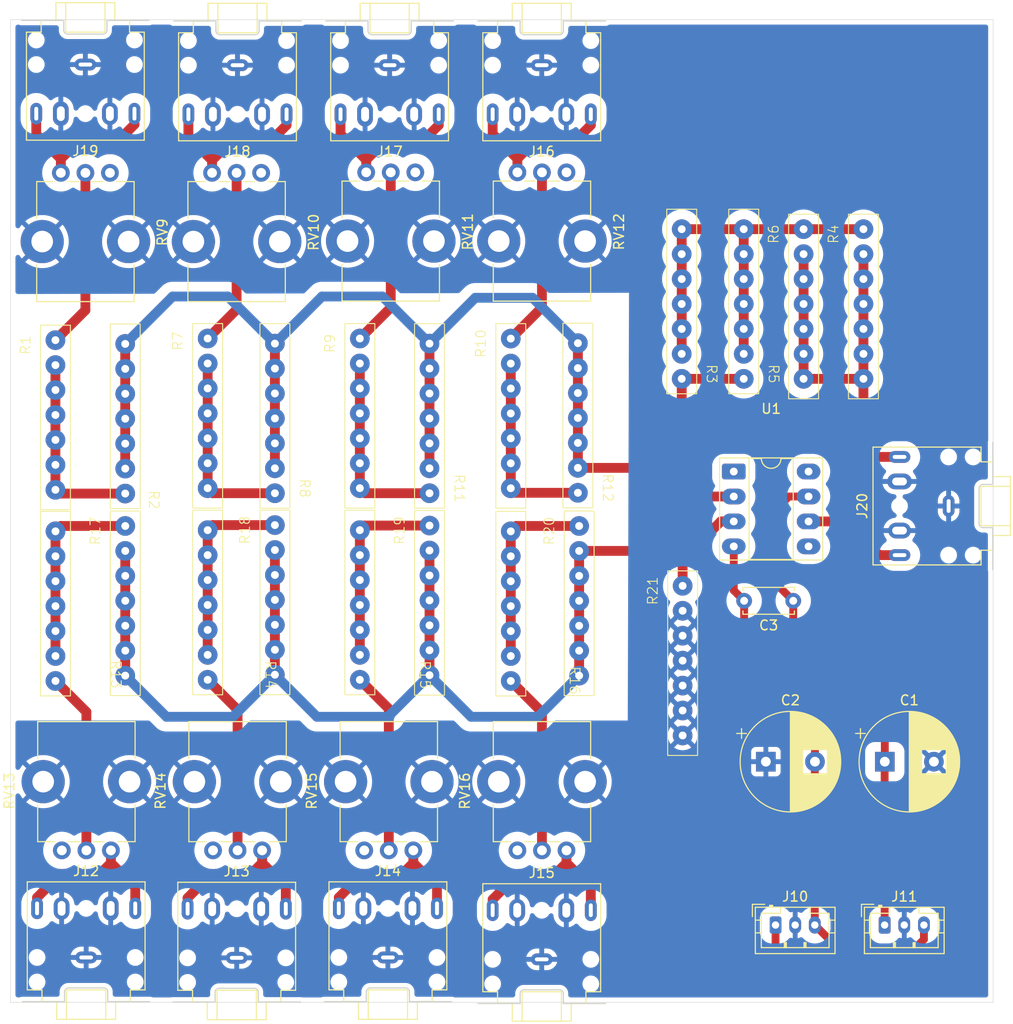
<source format=kicad_pcb>
(kicad_pcb (version 20241229) (generator "pcbnew") (generator_version "9.0")
  (layers (0 "F.Cu" signal) (2 "B.Cu" signal) (13 "F.Paste" user) (15 "B.Paste" user) (5 "F.SilkS" user "F.Silkscreen") (7 "B.SilkS" user "B.Silkscreen") (1 "F.Mask" user) (3 "B.Mask" user) (25 "Edge.Cuts" user))
  (net 0 "")
  (net 1 "GND")
  (net 2 "VDD")
  (net 3 "VEE")
  (net 4 "Net-(J12-PadR)")
  (net 5 "Net-(J13-PadR)")
  (net 6 "Net-(J14-PadR)")
  (net 7 "Net-(J15-PadR)")
  (net 8 "Net-(J16-PadR)")
  (net 9 "Net-(J17-PadR)")
  (net 10 "Net-(J18-PadR)")
  (net 11 "Net-(J19-PadR)")
  (net 12 "Net-(J20-PadR)")
  (net 13 "Net-(R1-Pad2)")
  (net 14 "Net-(R1-Pad1)")
  (net 15 "Net-(U1--)")
  (net 16 "Net-(R3-Pad2)")
  (net 17 "Net-(R7-Pad2)")
  (net 18 "Net-(R7-Pad1)")
  (net 19 "Net-(R9-Pad1)")
  (net 20 "Net-(R11-Pad1)")
  (net 21 "Net-(R10-Pad2)")
  (net 22 "Net-(R10-Pad1)")
  (net 23 "Net-(R13-Pad2)")
  (net 24 "Net-(R13-Pad1)")
  (net 25 "Net-(R14-Pad2)")
  (net 26 "Net-(R14-Pad1)")
  (net 27 "Net-(R15-Pad2)")
  (net 28 "Net-(R15-Pad1)")
  (net 29 "Net-(R16-Pad2)")
  (net 30 "Net-(R16-Pad1)")
  (net 31 "Net-(U1-+)")
  (footprint "Capacitor_THT:CP_Radial_D10.0mm_P5.00mm" (layer "F.Cu") (at 239.919 100.965)
    (property "Reference" "C1")
    (property "Value" "C_Polarized")
  )
  (footprint "Potentiometer_THT:Potentiometer_Bourns_PTV09A-1_Single_Vertical" (layer "F.Cu") (at 156 41 -90)
    (property "Reference" "RV9")
    (property "Value" "R_Potentiometer_MountingPin")
  )
  (footprint "universal-RLC:Universal-RLC" (layer "F.Cu") (at 193.548 65.5 -90)
    (property "Reference" "R11")
    (property "Value" "R")
  )
  (footprint "Potentiometer_THT:Potentiometer_Bourns_PTV09A-1_Single_Vertical" (layer "F.Cu") (at 202.5 40.95 -90)
    (property "Reference" "RV12")
    (property "Value" "R_Potentiometer_MountingPin")
  )
  (footprint "universal-RLC:Universal-RLC" (layer "F.Cu") (at 237.744 54.864 90)
    (property "Reference" "R4")
    (property "Value" "R")
  )
  (footprint "Potentiometer_THT:Potentiometer_Bourns_PTV09A-1_Single_Vertical" (layer "F.Cu") (at 161.1 110 90)
    (property "Reference" "RV13")
    (property "Value" "R_Potentiometer_MountingPin")
  )
  (footprint "Connector_JST:JST_PH_B3B-PH-K_1x03_P2.00mm_Vertical" (layer "F.Cu") (at 239.903 117.602)
    (property "Reference" "J11")
    (property "Value" "Conn_01x03")
  )
  (footprint "Potentiometer_THT:Potentiometer_Bourns_PTV09A-1_Single_Vertical" (layer "F.Cu") (at 207.5 110 90)
    (property "Reference" "RV16")
    (property "Value" "R_Potentiometer_MountingPin")
  )
  (footprint "Connector_Audio:Jack_3.5mm_CUI_SJ1-3525N_Horizontal" (layer "F.Cu") (at 158.576 120.904)
    (property "Reference" "J12")
    (property "Value" "AudioJack3_SwitchTR")
    (fp_line (start -2.2 3.5) (end -2.2 4.5) (stroke (width 0.12)) (layer "Edge.Cuts"))
    (fp_line (start -2.2 4.5) (end -6.5 4.5) (stroke (width 0.12)) (layer "Edge.Cuts"))
    (fp_line (start 1.8 3.1) (end -1.8 3.1) (stroke (width 0.12)) (layer "Edge.Cuts"))
    (fp_line (start 2.2 3.5) (end 2.2 4.5) (stroke (width 0.12)) (layer "Edge.Cuts"))
    (fp_line (start 2.2 4.5) (end 6.5 4.5) (stroke (width 0.12)) (layer "Edge.Cuts"))
    (fp_arc (start -2.2 3.5) (mid -2.082842 3.217158) (end -1.8 3.1) (stroke (width 0.12)) (layer "Edge.Cuts"))
    (fp_arc (start 1.8 3.1) (mid 2.082843 3.217157) (end 2.2 3.5) (stroke (width 0.12)) (layer "Edge.Cuts"))
  )
  (footprint "Capacitor_THT:CP_Radial_D10.0mm_P5.00mm" (layer "F.Cu") (at 227.807 100.965)
    (property "Reference" "C2")
    (property "Value" "C_Polarized")
  )
  (footprint "Connector_Audio:Jack_3.5mm_CUI_SJ1-3525N_Horizontal" (layer "F.Cu") (at 204.978 30.034 180)
    (property "Reference" "J16")
    (property "Value" "AudioJack3_SwitchTR")
    (fp_line (start 2.2 4.5) (end 6.5 4.5) (stroke (width 0.12)) (layer "Edge.Cuts"))
    (fp_line (start 2.2 3.5) (end 2.2 4.5) (stroke (width 0.12)) (layer "Edge.Cuts"))
    (fp_line (start 1.8 3.1) (end -1.8 3.1) (stroke (width 0.12)) (layer "Edge.Cuts"))
    (fp_line (start -2.2 4.5) (end -6.5 4.5) (stroke (width 0.12)) (layer "Edge.Cuts"))
    (fp_line (start -2.2 3.5) (end -2.2 4.5) (stroke (width 0.12)) (layer "Edge.Cuts"))
    (fp_arc (start 1.8 3.1) (mid 2.082843 3.217157) (end 2.2 3.5) (stroke (width 0.12)) (layer "Edge.Cuts"))
    (fp_arc (start -2.2 3.5) (mid -2.082842 3.217158) (end -1.8 3.1) (stroke (width 0.12)) (layer "Edge.Cuts"))
  )
  (footprint "universal-RLC:Universal-RLC" (layer "F.Cu") (at 201.825 66.008 90)
    (property "Reference" "R10")
    (property "Value" "R")
  )
  (footprint "universal-RLC:Universal-RLC" (layer "F.Cu") (at 219.236 53.848 -90)
    (property "Reference" "R3")
    (property "Value" "R")
  )
  (footprint "universal-RLC:Universal-RLC" (layer "F.Cu") (at 201.825 84.62 -90)
    (property "Reference" "R16")
    (property "Value" "R")
  )
  (footprint "universal-RLC:Universal-RLC" (layer "F.Cu") (at 193.548 85.048 90)
    (property "Reference" "R19")
    (property "Value" "R")
  )
  (footprint "universal-RLC:Universal-RLC" (layer "F.Cu") (at 170.952 84.5 -90)
    (property "Reference" "R14")
    (property "Value" "R")
  )
  (footprint "Connector_Audio:Jack_3.5mm_CUI_SJ1-3525N_Horizontal" (layer "F.Cu") (at 189.484 30.034 180)
    (property "Reference" "J17")
    (property "Value" "AudioJack3_SwitchTR")
    (fp_line (start 2.2 4.5) (end 6.5 4.5) (stroke (width 0.12)) (layer "Edge.Cuts"))
    (fp_line (start 2.2 3.5) (end 2.2 4.5) (stroke (width 0.12)) (layer "Edge.Cuts"))
    (fp_line (start 1.8 3.1) (end -1.8 3.1) (stroke (width 0.12)) (layer "Edge.Cuts"))
    (fp_line (start -2.2 4.5) (end -6.5 4.5) (stroke (width 0.12)) (layer "Edge.Cuts"))
    (fp_line (start -2.2 3.5) (end -2.2 4.5) (stroke (width 0.12)) (layer "Edge.Cuts"))
    (fp_arc (start 1.8 3.1) (mid 2.082843 3.217157) (end 2.2 3.5) (stroke (width 0.12)) (layer "Edge.Cuts"))
    (fp_arc (start -2.2 3.5) (mid -2.082842 3.217158) (end -1.8 3.1) (stroke (width 0.12)) (layer "Edge.Cuts"))
  )
  (footprint "Connector_Audio:Jack_3.5mm_CUI_SJ1-3525N_Horizontal" (layer "F.Cu") (at 189.31 120.904)
    (property "Reference" "J14")
    (property "Value" "AudioJack3_SwitchTR")
    (fp_line (start -2.2 3.5) (end -2.2 4.5) (stroke (width 0.12)) (layer "Edge.Cuts"))
    (fp_line (start -2.2 4.5) (end -6.5 4.5) (stroke (width 0.12)) (layer "Edge.Cuts"))
    (fp_line (start 1.8 3.1) (end -1.8 3.1) (stroke (width 0.12)) (layer "Edge.Cuts"))
    (fp_line (start 2.2 3.5) (end 2.2 4.5) (stroke (width 0.12)) (layer "Edge.Cuts"))
    (fp_line (start 2.2 4.5) (end 6.5 4.5) (stroke (width 0.12)) (layer "Edge.Cuts"))
    (fp_arc (start -2.2 3.5) (mid -2.082842 3.217158) (end -1.8 3.1) (stroke (width 0.12)) (layer "Edge.Cuts"))
    (fp_arc (start 1.8 3.1) (mid 2.082843 3.217157) (end 2.2 3.5) (stroke (width 0.12)) (layer "Edge.Cuts"))
  )
  (footprint "Capacitor_THT:C_Disc_D5.0mm_W2.5mm_P5.00mm" (layer "F.Cu") (at 230.592 84.582 180)
    (property "Reference" "C3")
    (property "Value" "C")
  )
  (footprint "universal-RLC:Universal-RLC" (layer "F.Cu") (at 208.788 85.09 90)
    (property "Reference" "R20")
    (property "Value" "R")
  )
  (footprint "Connector_Audio:Jack_3.5mm_CUI_SJ1-3525N_Horizontal" (layer "F.Cu") (at 158.496 29.972 180)
    (property "Reference" "J19")
    (property "Value" "AudioJack3_SwitchTR")
    (fp_line (start 2.2 4.5) (end 6.5 4.5) (stroke (width 0.12)) (layer "Edge.Cuts"))
    (fp_line (start 2.2 3.5) (end 2.2 4.5) (stroke (width 0.12)) (layer "Edge.Cuts"))
    (fp_line (start 1.8 3.1) (end -1.8 3.1) (stroke (width 0.12)) (layer "Edge.Cuts"))
    (fp_line (start -2.2 4.5) (end -6.5 4.5) (stroke (width 0.12)) (layer "Edge.Cuts"))
    (fp_line (start -2.2 3.5) (end -2.2 4.5) (stroke (width 0.12)) (layer "Edge.Cuts"))
    (fp_arc (start 1.8 3.1) (mid 2.082843 3.217157) (end 2.2 3.5) (stroke (width 0.12)) (layer "Edge.Cuts"))
    (fp_arc (start -2.2 3.5) (mid -2.082842 3.217158) (end -1.8 3.1) (stroke (width 0.12)) (layer "Edge.Cuts"))
  )
  (footprint "Potentiometer_THT:Potentiometer_Bourns_PTV09A-1_Single_Vertical" (layer "F.Cu") (at 176.5 110 90)
    (property "Reference" "RV14")
    (property "Value" "R_Potentiometer_MountingPin")
  )
  (footprint "universal-RLC:Universal-RLC" (layer "F.Cu") (at 186.452 84.5 -90)
    (property "Reference" "R15")
    (property "Value" "R")
  )
  (footprint "universal-RLC:Universal-RLC" (layer "F.Cu") (at 155.448 66.167 90)
    (property "Reference" "R1")
    (property "Value" "R")
  )
  (footprint "Connector_JST:JST_PH_B3B-PH-K_1x03_P2.00mm_Vertical" (layer "F.Cu") (at 228.791 117.602)
    (property "Reference" "J10")
    (property "Value" "Conn_01x03")
  )
  (footprint "Potentiometer_THT:Potentiometer_Bourns_PTV09A-1_Single_Vertical" (layer "F.Cu") (at 187.1 40.95 -90)
    (property "Reference" "RV11")
    (property "Value" "R_Potentiometer_MountingPin")
  )
  (footprint "universal-RLC:Universal-RLC" (layer "F.Cu") (at 219.329 91.186 90)
    (property "Reference" "R21")
    (property "Value" "R")
  )
  (footprint "universal-RLC:Universal-RLC" (layer "F.Cu") (at 225.552 53.848 -90)
    (property "Reference" "R5")
    (property "Value" "R")
  )
  (footprint "universal-RLC:Universal-RLC" (layer "F.Cu") (at 162.556 65.532 -90)
    (property "Reference" "R2")
    (property "Value" "R")
  )
  (footprint "universal-RLC:Universal-RLC" (layer "F.Cu") (at 231.648 54.864 90)
    (property "Reference" "R6")
    (property "Value" "R")
  )
  (footprint "universal-RLC:Universal-RLC" (layer "F.Cu") (at 155.452 84.618 -90)
    (property "Reference" "R13")
    (property "Value" "R")
  )
  (footprint "Potentiometer_THT:Potentiometer_Bourns_PTV09A-1_Single_Vertical" (layer "F.Cu") (at 171.4 41 -90)
    (property "Reference" "RV10")
    (property "Value" "R_Potentiometer_MountingPin")
  )
  (footprint "universal-RLC:Universal-RLC" (layer "F.Cu") (at 208.661 65.456 -90)
    (property "Reference" "R12")
    (property "Value" "R")
  )
  (footprint "Connector_Audio:Jack_3.5mm_CUI_SJ1-3525N_Horizontal" (layer "F.Cu") (at 204.978 121.096)
    (property "Reference" "J15")
    (property "Value" "AudioJack3_SwitchTR")
    (fp_line (start -2.2 3.5) (end -2.2 4.5) (stroke (width 0.12)) (layer "Edge.Cuts"))
    (fp_line (start -2.2 4.5) (end -6.5 4.5) (stroke (width 0.12)) (layer "Edge.Cuts"))
    (fp_line (start 1.8 3.1) (end -1.8 3.1) (stroke (width 0.12)) (layer "Edge.Cuts"))
    (fp_line (start 2.2 3.5) (end 2.2 4.5) (stroke (width 0.12)) (layer "Edge.Cuts"))
    (fp_line (start 2.2 4.5) (end 6.5 4.5) (stroke (width 0.12)) (layer "Edge.Cuts"))
    (fp_arc (start -2.2 3.5) (mid -2.082842 3.217158) (end -1.8 3.1) (stroke (width 0.12)) (layer "Edge.Cuts"))
    (fp_arc (start 1.8 3.1) (mid 2.082843 3.217157) (end 2.2 3.5) (stroke (width 0.12)) (layer "Edge.Cuts"))
  )
  (footprint "Connector_Audio:Jack_3.5mm_CUI_SJ1-3525N_Horizontal" (layer "F.Cu") (at 246.42 74.93 90)
    (property "Reference" "J20")
    (property "Value" "AudioJack3_SwitchTR")
    (fp_line (start 1.8 3.1) (end -1.8 3.1) (stroke (width 0.12)) (layer "Edge.Cuts"))
    (fp_line (start 2.2 3.5) (end 2.2 4.5) (stroke (width 0.12)) (layer "Edge.Cuts"))
    (fp_line (start -2.2 3.5) (end -2.2 4.5) (stroke (width 0.12)) (layer "Edge.Cuts"))
    (fp_line (start 2.2 4.5) (end 6.5 4.5) (stroke (width 0.12)) (layer "Edge.Cuts"))
    (fp_line (start -2.2 4.5) (end -6.5 4.5) (stroke (width 0.12)) (layer "Edge.Cuts"))
    (fp_arc (start 1.8 3.1) (mid 2.082843 3.217157) (end 2.2 3.5) (stroke (width 0.12)) (layer "Edge.Cuts"))
    (fp_arc (start -2.2 3.5) (mid -2.082842 3.217158) (end -1.8 3.1) (stroke (width 0.12)) (layer "Edge.Cuts"))
  )
  (footprint "universal-RLC:Universal-RLC" (layer "F.Cu") (at 186.452 66 90)
    (property "Reference" "R9")
    (property "Value" "R")
  )
  (footprint "Connector_Audio:Jack_3.5mm_CUI_SJ1-3525N_Horizontal" (layer "F.Cu") (at 173.99 30.034 180)
    (property "Reference" "J18")
    (property "Value" "AudioJack3_SwitchTR")
    (fp_line (start 2.2 4.5) (end 6.5 4.5) (stroke (width 0.12)) (layer "Edge.Cuts"))
    (fp_line (start 2.2 3.5) (end 2.2 4.5) (stroke (width 0.12)) (layer "Edge.Cuts"))
    (fp_line (start 1.8 3.1) (end -1.8 3.1) (stroke (width 0.12)) (layer "Edge.Cuts"))
    (fp_line (start -2.2 4.5) (end -6.5 4.5) (stroke (width 0.12)) (layer "Edge.Cuts"))
    (fp_line (start -2.2 3.5) (end -2.2 4.5) (stroke (width 0.12)) (layer "Edge.Cuts"))
    (fp_arc (start 1.8 3.1) (mid 2.082843 3.217157) (end 2.2 3.5) (stroke (width 0.12)) (layer "Edge.Cuts"))
    (fp_arc (start -2.2 3.5) (mid -2.082842 3.217158) (end -1.8 3.1) (stroke (width 0.12)) (layer "Edge.Cuts"))
  )
  (footprint "universal-RLC:Universal-RLC" (layer "F.Cu") (at 170.952 66 90)
    (property "Reference" "R7")
    (property "Value" "R")
  )
  (footprint "Potentiometer_THT:Potentiometer_Bourns_PTV09A-1_Single_Vertical" (layer "F.Cu") (at 191.9 110 90)
    (property "Reference" "RV15")
    (property "Value" "R_Potentiometer_MountingPin")
  )
  (footprint "Connector_Audio:Jack_3.5mm_CUI_SJ1-3525N_Horizontal" (layer "F.Cu") (at 173.91 120.944)
    (property "Reference" "J13")
    (property "Value" "AudioJack3_SwitchTR")
    (fp_line (start -2.2 3.5) (end -2.2 4.5) (stroke (width 0.12)) (layer "Edge.Cuts"))
    (fp_line (start -2.2 4.5) (end -6.5 4.5) (stroke (width 0.12)) (layer "Edge.Cuts"))
    (fp_line (start 1.8 3.1) (end -1.8 3.1) (stroke (width 0.12)) (layer "Edge.Cuts"))
    (fp_line (start 2.2 3.5) (end 2.2 4.5) (stroke (width 0.12)) (layer "Edge.Cuts"))
    (fp_line (start 2.2 4.5) (end 6.5 4.5) (stroke (width 0.12)) (layer "Edge.Cuts"))
    (fp_arc (start -2.2 3.5) (mid -2.082842 3.217158) (end -1.8 3.1) (stroke (width 0.12)) (layer "Edge.Cuts"))
    (fp_arc (start 1.8 3.1) (mid 2.082843 3.217157) (end 2.2 3.5) (stroke (width 0.12)) (layer "Edge.Cuts"))
  )
  (footprint "Package_DIP:DIP-8_W7.62mm_Socket_LongPads" (layer "F.Cu") (at 224.536 71.42)
    (property "Reference" "U1")
    (property "Value" "LM318N")
  )
  (footprint "universal-RLC:Universal-RLC" (layer "F.Cu") (at 177.8 85 90)
    (property "Reference" "R18")
    (property "Value" "R")
  )
  (footprint "universal-RLC:Universal-RLC" (layer "F.Cu") (at 162.56 85.09 90)
    (property "Reference" "R17")
    (property "Value" "R")
  )
  (footprint "universal-RLC:Universal-RLC" (layer "F.Cu") (at 177.8 65.5 -90)
    (property "Reference" "R8")
    (property "Value" "R")
  )
  (gr_rect (start 150.876 25.4) (end 250.952 125.476) (stroke (width 0.05)) (fill no) (layer "Edge.Cuts"))
  (segment (start 228.854 75.262) (end 230.156 73.96) (width 0.8) (layer "F.Cu") (net 2))
  (segment (start 239.903 112.776) (end 239.903 100.981) (width 0.8) (layer "F.Cu") (net 2))
  (segment (start 248.539 121.031) (end 248.539 115.316) (width 0.8) (layer "F.Cu") (net 2))
  (segment (start 230.759 122.809) (end 246.761 122.809) (width 0.8) (layer "F.Cu") (net 2))
  (segment (start 239.903 117.602) (end 239.903 112.776) (width 0.8) (layer "F.Cu") (net 2))
  (segment (start 230.592 84.582) (end 228.854 82.844) (width 0.8) (layer "F.Cu") (net 2))
  (segment (start 239.903 100.981) (end 239.919 100.965) (width 0.8) (layer "F.Cu") (net 2))
  (segment (start 228.791 117.602) (end 228.791 120.841) (width 0.8) (layer "F.Cu") (net 2))
  (segment (start 230.156 73.96) (end 232.156 73.96) (width 0.8) (layer "F.Cu") (net 2))
  (segment (start 228.791 120.841) (end 230.759 122.809) (width 0.8) (layer "F.Cu") (net 2))
  (segment (start 246.761 122.809) (end 248.539 121.031) (width 0.8) (layer "F.Cu") (net 2))
  (segment (start 245.999 112.776) (end 239.903 112.776) (width 0.8) (layer "F.Cu") (net 2))
  (segment (start 230.592 88.225) (end 230.592 84.582) (width 0.8) (layer "F.Cu") (net 2))
  (segment (start 239.919 100.965) (end 239.919 97.552) (width 0.8) (layer "F.Cu") (net 2))
  (segment (start 228.854 82.844) (end 228.854 75.262) (width 0.8) (layer "F.Cu") (net 2))
  (segment (start 248.539 115.316) (end 245.999 112.776) (width 0.8) (layer "F.Cu") (net 2))
  (segment (start 239.919 97.552) (end 230.592 88.225) (width 0.8) (layer "F.Cu") (net 2))
  (segment (start 242.824 120.142) (end 243.903 119.063) (width 0.8) (layer "F.Cu") (net 3))
  (segment (start 224.536 83.526) (end 225.592 84.582) (width 0.8) (layer "F.Cu") (net 3))
  (segment (start 224.536 79.04) (end 224.536 83.526) (width 0.8) (layer "F.Cu") (net 3))
  (segment (start 232.791 117.602) (end 235.331 120.142) (width 0.8) (layer "F.Cu") (net 3))
  (segment (start 232.807 97.806) (end 225.592 90.591) (width 0.8) (layer "F.Cu") (net 3))
  (segment (start 232.791 100.981) (end 232.807 100.965) (width 0.8) (layer "F.Cu") (net 3))
  (segment (start 232.807 100.965) (end 232.807 97.806) (width 0.8) (layer "F.Cu") (net 3))
  (segment (start 235.331 120.142) (end 242.824 120.142) (width 0.8) (layer "F.Cu") (net 3))
  (segment (start 243.903 119.063) (end 243.903 117.602) (width 0.8) (layer "F.Cu") (net 3))
  (segment (start 225.592 90.591) (end 225.592 84.582) (width 0.8) (layer "F.Cu") (net 3))
  (segment (start 232.791 117.602) (end 232.791 100.981) (width 0.8) (layer "F.Cu") (net 3))
  (segment (start 225.552 84.622) (end 225.592 84.582) (width 0.8) (layer "F.Cu") (net 3))
  (segment (start 155.974895 112.401) (end 159.971792 112.401) (width 1) (layer "F.Cu") (net 4))
  (segment (start 153.576 115.904) (end 153.576 114.799895) (width 1) (layer "F.Cu") (net 4))
  (segment (start 161.1 111.272792) (end 161.1 110) (width 1) (layer "F.Cu") (net 4))
  (segment (start 153.576 114.799895) (end 155.974895 112.401) (width 1) (layer "F.Cu") (net 4))
  (segment (start 163.576 113.748792) (end 161.1 111.272792) (width 1) (layer "F.Cu") (net 4))
  (segment (start 159.971792 112.401) (end 161.1 111.272792) (width 1) (layer "F.Cu") (net 4))
  (segment (start 163.576 115.904) (end 163.576 113.748792) (width 1) (layer "F.Cu") (net 4))
  (segment (start 168.91 114.839895) (end 171.348895 112.401) (width 1) (layer "F.Cu") (net 5))
  (segment (start 171.348895 112.401) (end 175.371792 112.401) (width 1) (layer "F.Cu") (net 5))
  (segment (start 178.91 113.682792) (end 176.5 111.272792) (width 1) (layer "F.Cu") (net 5))
  (segment (start 178.91 115.944) (end 178.91 113.682792) (width 1) (layer "F.Cu") (net 5))
  (segment (start 175.371792 112.401) (end 176.5 111.272792) (width 1) (layer "F.Cu") (net 5))
  (segment (start 168.91 115.944) (end 168.91 114.839895) (width 1) (layer "F.Cu") (net 5))
  (segment (start 176.5 111.272792) (end 176.5 110) (width 1) (layer "F.Cu") (net 5))
  (segment (start 184.31 114.799895) (end 186.708895 112.401) (width 1) (layer "F.Cu") (net 6))
  (segment (start 190.771792 112.401) (end 191.9 111.272792) (width 1) (layer "F.Cu") (net 6))
  (segment (start 191.9 111.272792) (end 191.9 110) (width 1) (layer "F.Cu") (net 6))
  (segment (start 186.708895 112.401) (end 190.771792 112.401) (width 1) (layer "F.Cu") (net 6))
  (segment (start 184.31 115.904) (end 184.31 114.799895) (width 1) (layer "F.Cu") (net 6))
  (segment (start 194.31 113.682792) (end 191.9 111.272792) (width 1) (layer "F.Cu") (net 6))
  (segment (start 194.31 115.904) (end 194.31 113.682792) (width 1) (layer "F.Cu") (net 6))
  (segment (start 199.978 114.991895) (end 202.568895 112.401) (width 1) (layer "F.Cu") (net 7))
  (segment (start 206.371792 112.401) (end 207.5 111.272792) (width 1) (layer "F.Cu") (net 7))
  (segment (start 209.978 113.750792) (end 207.5 111.272792) (width 1) (layer "F.Cu") (net 7))
  (segment (start 207.5 111.272792) (end 207.5 110) (width 1) (layer "F.Cu") (net 7))
  (segment (start 199.978 116.096) (end 199.978 114.991895) (width 1) (layer "F.Cu") (net 7))
  (segment (start 209.978 116.096) (end 209.978 113.750792) (width 1) (layer "F.Cu") (net 7))
  (segment (start 202.568895 112.401) (end 206.371792 112.401) (width 1) (layer "F.Cu") (net 7))
  (segment (start 209.978 35.034) (end 209.978 36.138105) (width 1) (layer "F.Cu") (net 8))
  (segment (start 209.978 36.138105) (end 207.567105 38.549) (width 1) (layer "F.Cu") (net 8))
  (segment (start 203.513 38.549) (end 202.5 39.562) (width 1) (layer "F.Cu") (net 8))
  (segment (start 207.567105 38.549) (end 203.513 38.549) (width 1) (layer "F.Cu") (net 8))
  (segment (start 202.5 39.562) (end 202.5 40.95) (width 1) (layer "F.Cu") (net 8))
  (segment (start 199.978 37.04) (end 202.5 39.562) (width 1) (layer "F.Cu") (net 8))
  (segment (start 199.978 35.034) (end 199.978 37.04) (width 1) (layer "F.Cu") (net 8))
  (segment (start 187.1 39.677208) (end 187.1 40.95) (width 1) (layer "F.Cu") (net 9))
  (segment (start 184.484 35.034) (end 184.484 37.061208) (width 1) (layer "F.Cu") (net 9))
  (segment (start 194.484 36.138105) (end 192.937105 37.685) (width 1) (layer "F.Cu") (net 9))
  (segment (start 189.092208 37.685) (end 187.1 39.677208) (width 1) (layer "F.Cu") (net 9))
  (segment (start 192.937105 37.685) (end 189.092208 37.685) (width 1) (layer "F.Cu") (net 9))
  (segment (start 194.484 35.034) (end 194.484 36.138105) (width 1) (layer "F.Cu") (net 9))
  (segment (start 184.484 37.061208) (end 187.1 39.677208) (width 1) (layer "F.Cu") (net 9))
  (segment (start 178.99 35.034) (end 178.99 36.138105) (width 1) (layer "F.Cu") (net 10))
  (segment (start 178.99 36.138105) (end 176.529105 38.599) (width 1) (layer "F.Cu") (net 10))
  (segment (start 176.529105 38.599) (end 172.528208 38.599) (width 1) (layer "F.Cu") (net 10))
  (segment (start 171.4 39.727208) (end 171.4 41) (width 1) (layer "F.Cu") (net 10))
  (segment (start 172.528208 38.599) (end 171.4 39.727208) (width 1) (layer "F.Cu") (net 10))
  (segment (start 168.99 35.034) (end 168.99 37.317208) (width 1) (layer "F.Cu") (net 10))
  (segment (start 168.99 37.317208) (end 171.4 39.727208) (width 1) (layer "F.Cu") (net 10))
  (segment (start 153.496 34.972) (end 153.496 37.076) (width 1) (layer "F.Cu") (net 11))
  (segment (start 156 39.58) (end 156 41) (width 1) (layer "F.Cu") (net 11))
  (segment (start 156.981 38.599) (end 156 39.58) (width 1) (layer "F.Cu") (net 11))
  (segment (start 160.973105 38.599) (end 156.981 38.599) (width 1) (layer "F.Cu") (net 11))
  (segment (start 163.496 36.076105) (end 160.973105 38.599) (width 1) (layer "F.Cu") (net 11))
  (segment (start 163.496 34.972) (end 163.496 36.076105) (width 1) (layer "F.Cu") (net 11))
  (segment (start 153.496 37.076) (end 156 39.58) (width 1) (layer "F.Cu") (net 11))
  (segment (start 237.744 51.816) (end 237.744 54.356) (width 1) (layer "F.Cu") (net 12))
  (segment (start 241.42 69.93) (end 237.918 69.93) (width 1) (layer "F.Cu") (net 12))
  (segment (start 237.744 61.976) (end 237.744 70.104) (width 1) (layer "F.Cu") (net 12))
  (segment (start 231.648 56.896) (end 231.648 59.436) (width 1) (layer "F.Cu") (net 12))
  (segment (start 237.744 78.354) (end 237.744 74.041) (width 1) (layer "F.Cu") (net 12))
  (segment (start 237.918 69.93) (end 237.744 70.104) (width 1) (layer "F.Cu") (net 12))
  (segment (start 241.42 79.93) (end 239.32 79.93) (width 1) (layer "F.Cu") (net 12))
  (segment (start 231.648 54.356) (end 231.648 56.896) (width 1) (layer "F.Cu") (net 12))
  (segment (start 237.744 54.356) (end 237.744 56.896) (width 1) (layer "F.Cu") (net 12))
  (segment (start 239.32 79.93) (end 237.744 78.354) (width 1) (layer "F.Cu") (net 12))
  (segment (start 231.648 51.816) (end 231.648 54.356) (width 1) (layer "F.Cu") (net 12))
  (segment (start 231.648 49.276) (end 231.648 51.816) (width 1) (layer "F.Cu") (net 12))
  (segment (start 231.648 59.436) (end 231.648 61.976) (width 1) (layer "F.Cu") (net 12))
  (segment (start 237.744 56.896) (end 237.744 59.436) (width 1) (layer "F.Cu") (net 12))
  (segment (start 235.285 76.5) (end 232.156 76.5) (width 1) (layer "F.Cu") (net 12))
  (segment (start 231.648 61.976) (end 237.744 61.976) (width 1) (layer "F.Cu") (net 12))
  (segment (start 237.744 59.436) (end 237.744 61.976) (width 1) (layer "F.Cu") (net 12))
  (segment (start 237.744 49.276) (end 237.744 51.816) (width 1) (layer "F.Cu") (net 12))
  (segment (start 237.744 70.104) (end 237.744 74.041) (width 1) (layer "F.Cu") (net 12))
  (segment (start 237.744 74.041) (end 235.285 76.5) (width 1) (layer "F.Cu") (net 12))
  (segment (start 155.448 65.659) (end 155.448 68.199) (width 1) (layer "F.Cu") (net 13))
  (segment (start 155.829 73.66) (end 162.556 73.66) (width 1) (layer "F.Cu") (net 13))
  (segment (start 155.448 60.579) (end 155.448 63.119) (width 1) (layer "F.Cu") (net 13))
  (segment (start 155.448 70.739) (end 155.448 73.279) (width 1) (layer "F.Cu") (net 13))
  (segment (start 155.448 68.199) (end 155.448 70.739) (width 1) (layer "F.Cu") (net 13))
  (segment (start 155.448 73.279) (end 155.829 73.66) (width 1) (layer "F.Cu") (net 13))
  (segment (start 155.448 63.119) (end 155.448 65.659) (width 1) (layer "F.Cu") (net 13))
  (segment (start 158.5 54.987) (end 158.5 41) (width 1) (layer "F.Cu") (net 14))
  (segment (start 155.448 58.039) (end 158.5 54.987) (width 1) (layer "F.Cu") (net 14))
  (segment (start 193.548 58.388) (end 193.548 60.928) (width 1) (layer "F.Cu") (net 15))
  (segment (start 208.661 68.504) (end 208.661 71.044) (width 1) (layer "F.Cu") (net 15))
  (segment (start 193.548 66.008) (end 193.548 68.548) (width 1) (layer "F.Cu") (net 15))
  (segment (start 208.661 65.964) (end 208.661 68.504) (width 1) (layer "F.Cu") (net 15))
  (segment (start 218.74 73.96) (end 219.202 73.96) (width 1) (layer "F.Cu") (net 15))
  (segment (start 177.8 60.928) (end 177.8 63.468) (width 1) (layer "F.Cu") (net 15))
  (segment (start 208.661 71.044) (end 215.824 71.044) (width 1) (layer "F.Cu") (net 15))
  (segment (start 193.548 68.548) (end 193.548 71.088) (width 1) (layer "F.Cu") (net 15))
  (segment (start 162.556 66.04) (end 162.556 68.58) (width 1) (layer "F.Cu") (net 15))
  (segment (start 177.8 63.468) (end 177.8 66.008) (width 1) (layer "F.Cu") (net 15))
  (segment (start 177.8 68.548) (end 177.8 71.088) (width 1) (layer "F.Cu") (net 15))
  (segment (start 208.661 60.884) (end 208.661 63.424) (width 1) (layer "F.Cu") (net 15))
  (segment (start 219.236 73.926) (end 219.202 73.96) (width 1) (layer "F.Cu") (net 15))
  (segment (start 219.236 61.976) (end 219.236 73.926) (width 1) (layer "F.Cu") (net 15))
  (segment (start 208.661 63.424) (end 208.661 65.964) (width 1) (layer "F.Cu") (net 15))
  (segment (start 219.236 61.976) (end 225.552 61.976) (width 1) (layer "F.Cu") (net 15))
  (segment (start 162.556 58.42) (end 162.556 60.96) (width 1) (layer "F.Cu") (net 15))
  (segment (start 162.556 60.96) (end 162.556 63.5) (width 1) (layer "F.Cu") (net 15))
  (segment (start 208.661 58.344) (end 208.661 60.884) (width 1) (layer "F.Cu") (net 15))
  (segment (start 219.202 73.96) (end 224.536 73.96) (width 1) (layer "F.Cu") (net 15))
  (segment (start 177.8 58.388) (end 177.8 60.928) (width 1) (layer "F.Cu") (net 15))
  (segment (start 177.8 66.008) (end 177.8 68.548) (width 1) (layer "F.Cu") (net 15))
  (segment (start 215.824 71.044) (end 218.74 73.96) (width 1) (layer "F.Cu") (net 15))
  (segment (start 162.556 68.58) (end 162.556 71.12) (width 1) (layer "F.Cu") (net 15))
  (segment (start 193.548 60.928) (end 193.548 63.468) (width 1) (layer "F.Cu") (net 15))
  (segment (start 162.556 63.5) (end 162.556 66.04) (width 1) (layer "F.Cu") (net 15))
  (segment (start 193.548 63.468) (end 193.548 66.008) (width 1) (layer "F.Cu") (net 15))
  (segment (start 204.038 53.721) (end 208.661 58.344) (width 1) (layer "B.Cu") (net 15))
  (segment (start 193.548 58.388) (end 188.754 53.594) (width 1) (layer "B.Cu") (net 15))
  (segment (start 162.556 58.42) (end 167.382 53.594) (width 1) (layer "B.Cu") (net 15))
  (segment (start 193.548 58.388) (end 198.215 53.721) (width 1) (layer "B.Cu") (net 15))
  (segment (start 182.594 53.594) (end 177.8 58.388) (width 1) (layer "B.Cu") (net 15))
  (segment (start 188.754 53.594) (end 182.594 53.594) (width 1) (layer "B.Cu") (net 15))
  (segment (start 198.215 53.721) (end 204.038 53.721) (width 1) (layer "B.Cu") (net 15))
  (segment (start 173.006 53.594) (end 177.8 58.388) (width 1) (layer "B.Cu") (net 15))
  (segment (start 167.382 53.594) (end 173.006 53.594) (width 1) (layer "B.Cu") (net 15))
  (segment (start 219.236 56.896) (end 219.236 54.356) (width 1) (layer "F.Cu") (net 16))
  (segment (start 219.236 59.436) (end 219.236 56.896) (width 1) (layer "F.Cu") (net 16))
  (segment (start 225.552 54.356) (end 225.552 51.816) (width 1) (layer "F.Cu") (net 16))
  (segment (start 225.552 49.276) (end 225.552 46.736) (width 1) (layer "F.Cu") (net 16))
  (segment (start 225.552 51.816) (end 225.552 49.276) (width 1) (layer "F.Cu") (net 16))
  (segment (start 225.552 56.896) (end 225.552 54.356) (width 1) (layer "F.Cu") (net 16))
  (segment (start 225.552 46.736) (end 231.648 46.736) (width 1) (layer "F.Cu") (net 16))
  (segment (start 219.236 51.816) (end 219.236 49.276) (width 1) (layer "F.Cu") (net 16))
  (segment (start 219.236 46.736) (end 225.552 46.736) (width 1) (layer "F.Cu") (net 16))
  (segment (start 225.552 59.436) (end 225.552 56.896) (width 1) (layer "F.Cu") (net 16))
  (segment (start 219.236 49.276) (end 219.236 46.736) (width 1) (layer "F.Cu") (net 16))
  (segment (start 231.648 46.736) (end 237.744 46.736) (width 1) (layer "F.Cu") (net 16))
  (segment (start 219.236 54.356) (end 219.236 51.816) (width 1) (layer "F.Cu") (net 16))
  (segment (start 170.952 62.952) (end 170.952 65.492) (width 1) (layer "F.Cu") (net 17))
  (segment (start 170.952 68.032) (end 170.952 70.572) (width 1) (layer "F.Cu") (net 17))
  (segment (start 171.468 73.628) (end 177.8 73.628) (width 1) (layer "F.Cu") (net 17))
  (segment (start 170.952 60.412) (end 170.952 62.952) (width 1) (layer "F.Cu") (net 17))
  (segment (start 170.952 73.112) (end 171.468 73.628) (width 1) (layer "F.Cu") (net 17))
  (segment (start 170.952 65.492) (end 170.952 68.032) (width 1) (layer "F.Cu") (net 17))
  (segment (start 170.952 70.572) (end 170.952 73.112) (width 1) (layer "F.Cu") (net 17))
  (segment (start 173.9 54.924) (end 173.9 41) (width 1) (layer "F.Cu") (net 18))
  (segment (start 170.952 57.872) (end 173.9 54.924) (width 1) (layer "F.Cu") (net 18))
  (segment (start 186.452 57.872) (end 189.6 54.724) (width 1) (layer "F.Cu") (net 19))
  (segment (start 189.6 54.724) (end 189.6 40.95) (width 1) (layer "F.Cu") (net 19))
  (segment (start 186.452 73.112) (end 186.968 73.628) (width 1) (layer "F.Cu") (net 20))
  (segment (start 186.968 73.628) (end 193.548 73.628) (width 1) (layer "F.Cu") (net 20))
  (segment (start 186.452 65.492) (end 186.452 68.032) (width 1) (layer "F.Cu") (net 20))
  (segment (start 186.452 60.412) (end 186.452 62.952) (width 1) (layer "F.Cu") (net 20))
  (segment (start 186.452 70.572) (end 186.452 73.112) (width 1) (layer "F.Cu") (net 20))
  (segment (start 186.452 68.032) (end 186.452 70.572) (width 1) (layer "F.Cu") (net 20))
  (segment (start 186.452 62.952) (end 186.452 65.492) (width 1) (layer "F.Cu") (net 20))
  (segment (start 201.825 62.96) (end 201.825 65.5) (width 1) (layer "F.Cu") (net 21))
  (segment (start 201.825 60.42) (end 201.825 62.96) (width 1) (layer "F.Cu") (net 21))
  (segment (start 201.825 65.5) (end 201.825 68.04) (width 1) (layer "F.Cu") (net 21))
  (segment (start 201.825 73.12) (end 202.289 73.584) (width 1) (layer "F.Cu") (net 21))
  (segment (start 202.289 73.584) (end 208.661 73.584) (width 1) (layer "F.Cu") (net 21))
  (segment (start 201.825 70.58) (end 201.825 73.12) (width 1) (layer "F.Cu") (net 21))
  (segment (start 201.825 68.04) (end 201.825 70.58) (width 1) (layer "F.Cu") (net 21))
  (segment (start 201.825 57.88) (end 205 54.705) (width 1) (layer "F.Cu") (net 22))
  (segment (start 205 54.705) (end 205 40.95) (width 1) (layer "F.Cu") (net 22))
  (segment (start 155.452 80.046) (end 155.452 77.506) (width 1) (layer "F.Cu") (net 23))
  (segment (start 155.452 82.586) (end 155.452 80.046) (width 1) (layer "F.Cu") (net 23))
  (segment (start 155.452 77.506) (end 155.996 76.962) (width 1) (layer "F.Cu") (net 23))
  (segment (start 155.452 85.126) (end 155.452 82.586) (width 1) (layer "F.Cu") (net 23))
  (segment (start 155.996 76.962) (end 162.56 76.962) (width 1) (layer "F.Cu") (net 23))
  (segment (start 155.452 90.206) (end 155.452 87.666) (width 1) (layer "F.Cu") (net 23))
  (segment (start 155.452 87.666) (end 155.452 85.126) (width 1) (layer "F.Cu") (net 23))
  (segment (start 158.6 95.894) (end 155.452 92.746) (width 1) (layer "F.Cu") (net 24))
  (segment (start 158.6 110) (end 158.6 95.894) (width 1) (layer "F.Cu") (net 24))
  (segment (start 170.952 79.928) (end 170.952 77.388) (width 1) (layer "F.Cu") (net 25))
  (segment (start 170.952 90.088) (end 170.952 87.548) (width 1) (layer "F.Cu") (net 25))
  (segment (start 171.468 76.872) (end 177.8 76.872) (width 1) (layer "F.Cu") (net 25))
  (segment (start 170.952 87.548) (end 170.952 85.008) (width 1) (layer "F.Cu") (net 25))
  (segment (start 170.952 82.468) (end 170.952 79.928) (width 1) (layer "F.Cu") (net 25))
  (segment (start 170.952 77.388) (end 171.468 76.872) (width 1) (layer "F.Cu") (net 25))
  (segment (start 170.952 85.008) (end 170.952 82.468) (width 1) (layer "F.Cu") (net 25))
  (segment (start 174 95.676) (end 170.952 92.628) (width 1) (layer "F.Cu") (net 26))
  (segment (start 174 110) (end 174 95.676) (width 1) (layer "F.Cu") (net 26))
  (segment (start 186.452 87.548) (end 186.452 90.088) (width 1) (layer "F.Cu") (net 27))
  (segment (start 186.452 82.468) (end 186.452 85.008) (width 1) (layer "F.Cu") (net 27))
  (segment (start 186.452 77.388) (end 186.92 76.92) (width 1) (layer "F.Cu") (net 27))
  (segment (start 186.452 77.388) (end 186.452 79.928) (width 1) (layer "F.Cu") (net 27))
  (segment (start 186.92 76.92) (end 193.548 76.92) (width 1) (layer "F.Cu") (net 27))
  (segment (start 186.452 79.928) (end 186.452 82.468) (width 1) (layer "F.Cu") (net 27))
  (segment (start 186.452 85.008) (end 186.452 87.548) (width 1) (layer "F.Cu") (net 27))
  (segment (start 189.4 95.576) (end 186.452 92.628) (width 1) (layer "F.Cu") (net 28))
  (segment (start 189.4 110) (end 189.4 95.576) (width 1) (layer "F.Cu") (net 28))
  (segment (start 201.825 82.588) (end 201.825 85.128) (width 1) (layer "F.Cu") (net 29))
  (segment (start 201.825 87.668) (end 201.825 90.208) (width 1) (layer "F.Cu") (net 29))
  (segment (start 202.371 76.962) (end 208.788 76.962) (width 1) (layer "F.Cu") (net 29))
  (segment (start 201.825 77.508) (end 201.825 80.048) (width 1) (layer "F.Cu") (net 29))
  (segment (start 201.825 77.508) (end 202.371 76.962) (width 1) (layer "F.Cu") (net 29))
  (segment (start 201.825 85.128) (end 201.825 87.668) (width 1) (layer "F.Cu") (net 29))
  (segment (start 201.825 80.048) (end 201.825 82.588) (width 1) (layer "F.Cu") (net 29))
  (segment (start 205 95.923) (end 201.825 92.748) (width 1) (layer "F.Cu") (net 30))
  (segment (start 205 110) (end 205 95.923) (width 1) (layer "F.Cu") (net 30))
  (segment (start 208.788 79.502) (end 220.218 79.502) (width 1) (layer "F.Cu") (net 31))
  (segment (start 162.56 82.042) (end 162.56 84.582) (width 1) (layer "F.Cu") (net 31))
  (segment (start 219.329 83.058) (end 219.329 80.391) (width 1) (layer "F.Cu") (net 31))
  (segment (start 162.56 87.122) (end 162.56 89.662) (width 1) (layer "F.Cu") (net 31))
  (segment (start 193.548 84.54) (end 193.548 87.08) (width 1) (layer "F.Cu") (net 31))
  (segment (start 177.8 84.492) (end 177.8 87.032) (width 1) (layer "F.Cu") (net 31))
  (segment (start 162.56 84.582) (end 162.56 87.122) (width 1) (layer "F.Cu") (net 31))
  (segment (start 208.788 87.122) (end 208.788 89.662) (width 1) (layer "F.Cu") (net 31))
  (segment (start 193.548 89.62) (end 193.548 92.16) (width 1) (layer "F.Cu") (net 31))
  (segment (start 177.8 89.572) (end 177.8 92.112) (width 1) (layer "F.Cu") (net 31))
  (segment (start 177.8 81.952) (end 177.8 84.492) (width 1) (layer "F.Cu") (net 31))
  (segment (start 162.56 79.502) (end 162.56 82.042) (width 1) (layer "F.Cu") (net 31))
  (segment (start 208.788 82.042) (end 208.788 84.582) (width 1) (layer "F.Cu") (net 31))
  (segment (start 219.329 80.391) (end 220.218 79.502) (width 1) (layer "F.Cu") (net 31))
  (segment (start 220.218 79.502) (end 223.22 76.5) (width 1) (layer "F.Cu") (net 31))
  (segment (start 193.548 87.08) (end 193.548 89.62) (width 1) (layer "F.Cu") (net 31))
  (segment (start 177.8 87.032) (end 177.8 89.572) (width 1) (layer "F.Cu") (net 31))
  (segment (start 223.22 76.5) (end 224.536 76.5) (width 1) (layer "F.Cu") (net 31))
  (segment (start 177.8 79.412) (end 177.8 81.952) (width 1) (layer "F.Cu") (net 31))
  (segment (start 193.548 79.46) (end 193.548 82) (width 1) (layer "F.Cu") (net 31))
  (segment (start 162.56 89.662) (end 162.56 92.202) (width 1) (layer "F.Cu") (net 31))
  (segment (start 208.788 79.502) (end 208.788 82.042) (width 1) (layer "F.Cu") (net 31))
  (segment (start 208.788 89.662) (end 208.788 92.202) (width 1) (layer "F.Cu") (net 31))
  (segment (start 193.548 82) (end 193.548 84.54) (width 1) (layer "F.Cu") (net 31))
  (segment (start 208.788 84.582) (end 208.788 87.122) (width 1) (layer "F.Cu") (net 31))
  (segment (start 204.597 96.393) (end 197.781 96.393) (width 1) (layer "B.Cu") (net 31))
  (segment (start 162.56 92.202) (end 166.751 96.393) (width 1) (layer "B.Cu") (net 31))
  (segment (start 182.081 96.393) (end 189.484 96.393) (width 1) (layer "B.Cu") (net 31))
  (segment (start 189.484 96.224) (end 193.548 92.16) (width 1) (layer "B.Cu") (net 31))
  (segment (start 177.8 92.112) (end 182.081 96.393) (width 1) (layer "B.Cu") (net 31))
  (segment (start 173.519 96.393) (end 177.8 92.112) (width 1) (layer "B.Cu") (net 31))
  (segment (start 197.781 96.393) (end 193.548 92.16) (width 1) (layer "B.Cu") (net 31))
  (segment (start 208.788 92.202) (end 204.597 96.393) (width 1) (layer "B.Cu") (net 31))
  (segment (start 189.484 96.393) (end 189.484 96.224) (width 1) (layer "B.Cu") (net 31))
  (segment (start 166.751 96.393) (end 173.519 96.393) (width 1) (layer "B.Cu") (net 31))
  (zone (net 1) (net_name "GND") (layer "B.Cu") (connect_pads (clearance 1)) (min_thickness 0.5) (fill yes (thermal_gap 0.5) (thermal_bridge_width 0.5))
    (polygon (pts (xy 151.003 25.527) (xy 250.952 25.527) (xy 250.952 125.476) (xy 151.003 125.476) (xy 151.003 96.774) (xy 213.741 96.774) (xy 213.868 53.213) (xy 151.003 53.34)))
  )
)
</source>
